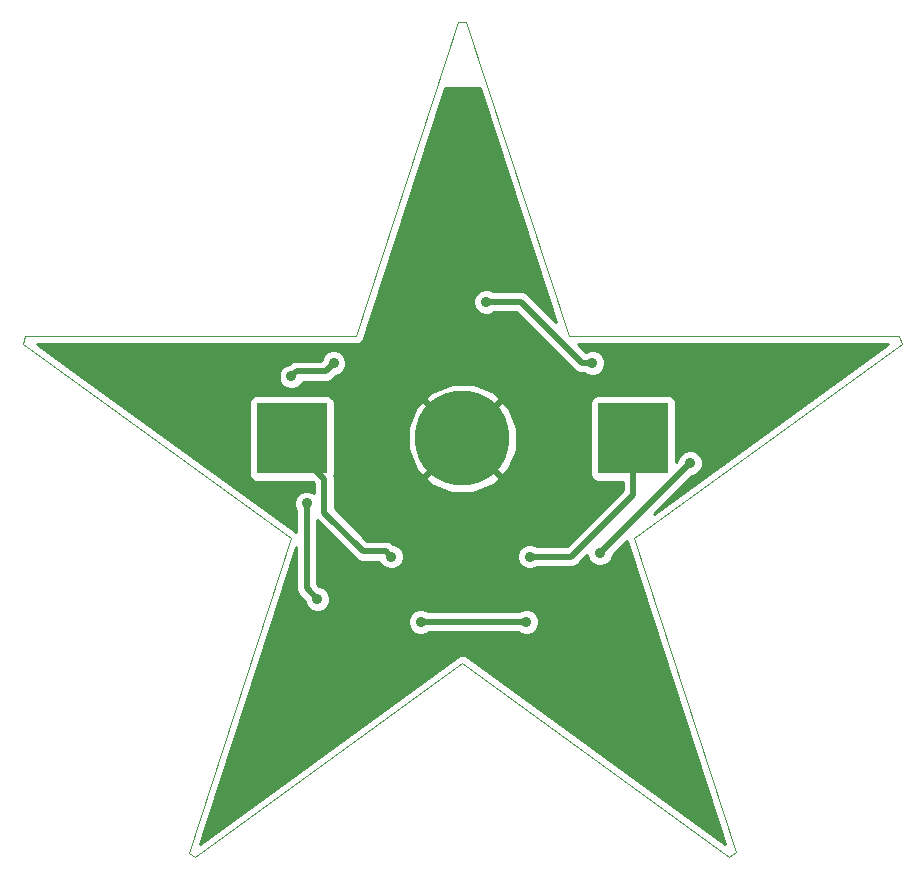
<source format=gbl>
G04 #@! TF.GenerationSoftware,KiCad,Pcbnew,(5.0.0)*
G04 #@! TF.CreationDate,2018-11-25T22:53:08-05:00*
G04 #@! TF.ProjectId,Blink_Badge,426C696E6B5F42616467652E6B696361,B*
G04 #@! TF.SameCoordinates,Original*
G04 #@! TF.FileFunction,Copper,L2,Bot,Signal*
G04 #@! TF.FilePolarity,Positive*
%FSLAX46Y46*%
G04 Gerber Fmt 4.6, Leading zero omitted, Abs format (unit mm)*
G04 Created by KiCad (PCBNEW (5.0.0)) date 11/25/18 22:53:08*
%MOMM*%
%LPD*%
G01*
G04 APERTURE LIST*
G04 #@! TA.AperFunction,NonConductor*
%ADD10C,0.100000*%
G04 #@! TD*
G04 #@! TA.AperFunction,SMDPad,CuDef*
%ADD11R,6.000000X6.000000*%
G04 #@! TD*
G04 #@! TA.AperFunction,BGAPad,CuDef*
%ADD12C,8.000000*%
G04 #@! TD*
G04 #@! TA.AperFunction,ViaPad*
%ADD13C,0.889000*%
G04 #@! TD*
G04 #@! TA.AperFunction,Conductor*
%ADD14C,0.500000*%
G04 #@! TD*
G04 #@! TA.AperFunction,Conductor*
%ADD15C,0.254000*%
G04 #@! TD*
G04 APERTURE END LIST*
D10*
X159900000Y-140450000D02*
X160475000Y-140025000D01*
X114100000Y-140075000D02*
X114625000Y-140475000D01*
X100250000Y-96350000D02*
X100050000Y-96975000D01*
X136950000Y-69700000D02*
X137625000Y-69700000D01*
X174250000Y-96350000D02*
X174475000Y-97025000D01*
X174250000Y-96350000D02*
X146290000Y-96345000D01*
X137290000Y-123995000D02*
X114625000Y-140475000D01*
X159900000Y-140450000D02*
X137290000Y-123995000D01*
X151840000Y-113445000D02*
X160475000Y-140025000D01*
X174475000Y-97025000D02*
X151840000Y-113445000D01*
X122740000Y-113445000D02*
X114100000Y-140075000D01*
X100050000Y-96975000D02*
X122740000Y-113445000D01*
X128290000Y-96345000D02*
X100250000Y-96350000D01*
X136950000Y-69700000D02*
X128290000Y-96345000D01*
X137625000Y-69700000D02*
X146290000Y-96345000D01*
D11*
G04 #@! TO.P,BT1,1*
G04 #@! TO.N,/+6V*
X122825000Y-105000000D03*
X151755000Y-105000000D03*
D12*
G04 #@! TO.P,BT1,2*
G04 #@! TO.N,GND*
X137290000Y-105000000D03*
G04 #@! TD*
D13*
G04 #@! TO.N,GND*
X129750000Y-118000000D03*
X144250000Y-118000000D03*
X127250000Y-104500000D03*
X137250000Y-97250000D03*
X147250000Y-104500000D03*
G04 #@! TO.N,Net-(C1-Pad1)*
X122800000Y-99750000D03*
X126375000Y-98625000D03*
G04 #@! TO.N,Net-(C2-Pad1)*
X139300000Y-93425000D03*
X148300000Y-98600000D03*
G04 #@! TO.N,Net-(C5-Pad1)*
X124100000Y-110500000D03*
X125000000Y-118600000D03*
G04 #@! TO.N,Net-(C4-Pad1)*
X133750000Y-120525000D03*
X142700000Y-120525000D03*
G04 #@! TO.N,Net-(C3-Pad1)*
X148925000Y-114725000D03*
X156575000Y-107075000D03*
G04 #@! TO.N,/+6V*
X143000000Y-115000000D03*
X131250000Y-115000000D03*
G04 #@! TD*
D14*
G04 #@! TO.N,GND*
X137250000Y-104960000D02*
X137290000Y-105000000D01*
X147250000Y-104500000D02*
X146750000Y-105000000D01*
G04 #@! TO.N,Net-(C1-Pad1)*
X123244499Y-99305501D02*
X125719499Y-99305501D01*
X122800000Y-99750000D02*
X123244499Y-99305501D01*
X125719499Y-99305501D02*
X126375000Y-98650000D01*
X126375000Y-98650000D02*
X126375000Y-98625000D01*
G04 #@! TO.N,Net-(C2-Pad1)*
X139300000Y-93425000D02*
X140625000Y-93425000D01*
X140625000Y-93425000D02*
X142225000Y-93425000D01*
X142225000Y-93425000D02*
X147400000Y-98600000D01*
X147400000Y-98600000D02*
X148300000Y-98600000D01*
G04 #@! TO.N,Net-(C5-Pad1)*
X124100000Y-110500000D02*
X124100000Y-117700000D01*
X124100000Y-117700000D02*
X125000000Y-118600000D01*
G04 #@! TO.N,Net-(C4-Pad1)*
X133750000Y-120525000D02*
X142700000Y-120525000D01*
G04 #@! TO.N,Net-(C3-Pad1)*
X148925000Y-114725000D02*
X156575000Y-107075000D01*
G04 #@! TO.N,/+6V*
X151750000Y-105005000D02*
X151755000Y-105000000D01*
X143000000Y-115000000D02*
X146500000Y-115000000D01*
X151755000Y-109745000D02*
X151755000Y-105000000D01*
X146500000Y-115000000D02*
X151755000Y-109745000D01*
X122825000Y-105000000D02*
X122825000Y-105625000D01*
X125600000Y-108400000D02*
X125600000Y-109000000D01*
X122825000Y-105625000D02*
X125600000Y-108400000D01*
X125600000Y-109000000D02*
X125600000Y-108600000D01*
X130805501Y-114555501D02*
X131250000Y-115000000D01*
X128880501Y-114555501D02*
X130805501Y-114555501D01*
X125600000Y-109000000D02*
X125600000Y-111275000D01*
X125600000Y-111275000D02*
X128880501Y-114555501D01*
G04 #@! TD*
D15*
G04 #@! TO.N,GND*
G36*
X145171190Y-95119611D02*
X142912425Y-92860847D01*
X142863049Y-92786951D01*
X142570310Y-92591348D01*
X142312165Y-92540000D01*
X142312161Y-92540000D01*
X142225000Y-92522663D01*
X142137839Y-92540000D01*
X139941644Y-92540000D01*
X139911488Y-92509844D01*
X139514726Y-92345500D01*
X139085274Y-92345500D01*
X138688512Y-92509844D01*
X138384844Y-92813512D01*
X138220500Y-93210274D01*
X138220500Y-93639726D01*
X138384844Y-94036488D01*
X138688512Y-94340156D01*
X139085274Y-94504500D01*
X139514726Y-94504500D01*
X139911488Y-94340156D01*
X139941644Y-94310000D01*
X141858422Y-94310000D01*
X146712577Y-99164156D01*
X146761951Y-99238049D01*
X146835844Y-99287423D01*
X146835845Y-99287424D01*
X146946880Y-99361615D01*
X147054690Y-99433652D01*
X147312835Y-99485000D01*
X147312839Y-99485000D01*
X147399999Y-99502337D01*
X147487159Y-99485000D01*
X147658356Y-99485000D01*
X147688512Y-99515156D01*
X148085274Y-99679500D01*
X148514726Y-99679500D01*
X148911488Y-99515156D01*
X149215156Y-99211488D01*
X149379500Y-98814726D01*
X149379500Y-98385274D01*
X149215156Y-97988512D01*
X148911488Y-97684844D01*
X148514726Y-97520500D01*
X148085274Y-97520500D01*
X147722390Y-97670811D01*
X147081720Y-97030141D01*
X173294884Y-97034829D01*
X153525641Y-111375937D01*
X156747079Y-108154500D01*
X156789726Y-108154500D01*
X157186488Y-107990156D01*
X157490156Y-107686488D01*
X157654500Y-107289726D01*
X157654500Y-106860274D01*
X157490156Y-106463512D01*
X157186488Y-106159844D01*
X156789726Y-105995500D01*
X156360274Y-105995500D01*
X155963512Y-106159844D01*
X155659844Y-106463512D01*
X155495500Y-106860274D01*
X155495500Y-106902921D01*
X155402440Y-106995981D01*
X155402440Y-102000000D01*
X155353157Y-101752235D01*
X155212809Y-101542191D01*
X155002765Y-101401843D01*
X154755000Y-101352560D01*
X148755000Y-101352560D01*
X148507235Y-101401843D01*
X148297191Y-101542191D01*
X148156843Y-101752235D01*
X148107560Y-102000000D01*
X148107560Y-108000000D01*
X148156843Y-108247765D01*
X148297191Y-108457809D01*
X148507235Y-108598157D01*
X148755000Y-108647440D01*
X150870000Y-108647440D01*
X150870000Y-109378421D01*
X146133422Y-114115000D01*
X143641644Y-114115000D01*
X143611488Y-114084844D01*
X143214726Y-113920500D01*
X142785274Y-113920500D01*
X142388512Y-114084844D01*
X142084844Y-114388512D01*
X141920500Y-114785274D01*
X141920500Y-115214726D01*
X142084844Y-115611488D01*
X142388512Y-115915156D01*
X142785274Y-116079500D01*
X143214726Y-116079500D01*
X143611488Y-115915156D01*
X143641644Y-115885000D01*
X146412839Y-115885000D01*
X146500000Y-115902337D01*
X146587161Y-115885000D01*
X146587165Y-115885000D01*
X146845310Y-115833652D01*
X147138049Y-115638049D01*
X147187425Y-115564153D01*
X147845500Y-114906078D01*
X147845500Y-114939726D01*
X148009844Y-115336488D01*
X148313512Y-115640156D01*
X148710274Y-115804500D01*
X149139726Y-115804500D01*
X149536488Y-115640156D01*
X149840156Y-115336488D01*
X150004500Y-114939726D01*
X150004500Y-114897078D01*
X151202350Y-113699228D01*
X159530156Y-139333634D01*
X137725409Y-123464678D01*
X137654701Y-123399365D01*
X137552479Y-123361696D01*
X137453590Y-123316011D01*
X137425439Y-123314882D01*
X137398999Y-123305139D01*
X137290146Y-123309457D01*
X137181300Y-123305092D01*
X137154857Y-123314823D01*
X137126703Y-123315940D01*
X137027786Y-123361586D01*
X136925558Y-123399207D01*
X136854828Y-123464484D01*
X115070178Y-139304371D01*
X121232739Y-120310274D01*
X132670500Y-120310274D01*
X132670500Y-120739726D01*
X132834844Y-121136488D01*
X133138512Y-121440156D01*
X133535274Y-121604500D01*
X133964726Y-121604500D01*
X134361488Y-121440156D01*
X134391644Y-121410000D01*
X142058356Y-121410000D01*
X142088512Y-121440156D01*
X142485274Y-121604500D01*
X142914726Y-121604500D01*
X143311488Y-121440156D01*
X143615156Y-121136488D01*
X143779500Y-120739726D01*
X143779500Y-120310274D01*
X143615156Y-119913512D01*
X143311488Y-119609844D01*
X142914726Y-119445500D01*
X142485274Y-119445500D01*
X142088512Y-119609844D01*
X142058356Y-119640000D01*
X134391644Y-119640000D01*
X134361488Y-119609844D01*
X133964726Y-119445500D01*
X133535274Y-119445500D01*
X133138512Y-119609844D01*
X132834844Y-119913512D01*
X132670500Y-120310274D01*
X121232739Y-120310274D01*
X123215001Y-114200597D01*
X123215001Y-117612835D01*
X123197663Y-117700000D01*
X123266348Y-118045309D01*
X123412576Y-118264154D01*
X123412578Y-118264156D01*
X123461952Y-118338049D01*
X123535845Y-118387423D01*
X123920500Y-118772078D01*
X123920500Y-118814726D01*
X124084844Y-119211488D01*
X124388512Y-119515156D01*
X124785274Y-119679500D01*
X125214726Y-119679500D01*
X125611488Y-119515156D01*
X125915156Y-119211488D01*
X126079500Y-118814726D01*
X126079500Y-118385274D01*
X125915156Y-117988512D01*
X125611488Y-117684844D01*
X125214726Y-117520500D01*
X125172078Y-117520500D01*
X124985000Y-117333422D01*
X124985000Y-111928449D01*
X125035845Y-111962423D01*
X128193078Y-115119657D01*
X128242452Y-115193550D01*
X128316345Y-115242924D01*
X128316346Y-115242925D01*
X128469574Y-115345309D01*
X128535191Y-115389153D01*
X128793336Y-115440501D01*
X128793339Y-115440501D01*
X128880500Y-115457838D01*
X128967661Y-115440501D01*
X130264019Y-115440501D01*
X130334844Y-115611488D01*
X130638512Y-115915156D01*
X131035274Y-116079500D01*
X131464726Y-116079500D01*
X131861488Y-115915156D01*
X132165156Y-115611488D01*
X132329500Y-115214726D01*
X132329500Y-114785274D01*
X132165156Y-114388512D01*
X131861488Y-114084844D01*
X131464726Y-113920500D01*
X131445587Y-113920500D01*
X131443550Y-113917452D01*
X131150811Y-113721849D01*
X130892666Y-113670501D01*
X130892662Y-113670501D01*
X130805501Y-113653164D01*
X130718340Y-113670501D01*
X129247080Y-113670501D01*
X126485000Y-110908422D01*
X126485000Y-108487161D01*
X126502337Y-108400000D01*
X126486017Y-108317949D01*
X134151656Y-108317949D01*
X134615990Y-108896524D01*
X136310672Y-109623218D01*
X138154447Y-109646068D01*
X139866619Y-108961598D01*
X139964010Y-108896524D01*
X140428344Y-108317949D01*
X137290000Y-105179605D01*
X134151656Y-108317949D01*
X126486017Y-108317949D01*
X126485000Y-108312839D01*
X126485000Y-108312835D01*
X126447607Y-108124846D01*
X126472440Y-108000000D01*
X126472440Y-105864447D01*
X132643932Y-105864447D01*
X133328402Y-107576619D01*
X133393476Y-107674010D01*
X133972051Y-108138344D01*
X137110395Y-105000000D01*
X137469605Y-105000000D01*
X140607949Y-108138344D01*
X141186524Y-107674010D01*
X141913218Y-105979328D01*
X141936068Y-104135553D01*
X141251598Y-102423381D01*
X141186524Y-102325990D01*
X140607949Y-101861656D01*
X137469605Y-105000000D01*
X137110395Y-105000000D01*
X133972051Y-101861656D01*
X133393476Y-102325990D01*
X132666782Y-104020672D01*
X132643932Y-105864447D01*
X126472440Y-105864447D01*
X126472440Y-102000000D01*
X126423157Y-101752235D01*
X126376262Y-101682051D01*
X134151656Y-101682051D01*
X137290000Y-104820395D01*
X140428344Y-101682051D01*
X139964010Y-101103476D01*
X138269328Y-100376782D01*
X136425553Y-100353932D01*
X134713381Y-101038402D01*
X134615990Y-101103476D01*
X134151656Y-101682051D01*
X126376262Y-101682051D01*
X126282809Y-101542191D01*
X126072765Y-101401843D01*
X125825000Y-101352560D01*
X119825000Y-101352560D01*
X119577235Y-101401843D01*
X119367191Y-101542191D01*
X119226843Y-101752235D01*
X119177560Y-102000000D01*
X119177560Y-108000000D01*
X119226843Y-108247765D01*
X119367191Y-108457809D01*
X119577235Y-108598157D01*
X119825000Y-108647440D01*
X124595861Y-108647440D01*
X124715000Y-108766579D01*
X124715000Y-109588356D01*
X124711488Y-109584844D01*
X124314726Y-109420500D01*
X123885274Y-109420500D01*
X123488512Y-109584844D01*
X123184844Y-109888512D01*
X123020500Y-110285274D01*
X123020500Y-110714726D01*
X123184844Y-111111488D01*
X123215000Y-111141644D01*
X123215000Y-112941154D01*
X123193358Y-112913725D01*
X123109719Y-112866932D01*
X104743275Y-99535274D01*
X121720500Y-99535274D01*
X121720500Y-99964726D01*
X121884844Y-100361488D01*
X122188512Y-100665156D01*
X122585274Y-100829500D01*
X123014726Y-100829500D01*
X123411488Y-100665156D01*
X123715156Y-100361488D01*
X123785981Y-100190501D01*
X125632338Y-100190501D01*
X125719499Y-100207838D01*
X125806660Y-100190501D01*
X125806664Y-100190501D01*
X126064809Y-100139153D01*
X126357548Y-99943550D01*
X126406924Y-99869654D01*
X126572078Y-99704500D01*
X126589726Y-99704500D01*
X126986488Y-99540156D01*
X127290156Y-99236488D01*
X127454500Y-98839726D01*
X127454500Y-98410274D01*
X127290156Y-98013512D01*
X126986488Y-97709844D01*
X126589726Y-97545500D01*
X126160274Y-97545500D01*
X125763512Y-97709844D01*
X125459844Y-98013512D01*
X125295500Y-98410274D01*
X125295500Y-98420501D01*
X123331660Y-98420501D01*
X123244499Y-98403164D01*
X123157338Y-98420501D01*
X123157334Y-98420501D01*
X122899189Y-98471849D01*
X122606450Y-98667452D01*
X122604413Y-98670500D01*
X122585274Y-98670500D01*
X122188512Y-98834844D01*
X121884844Y-99138512D01*
X121720500Y-99535274D01*
X104743275Y-99535274D01*
X101298498Y-97034813D01*
X128249639Y-97030006D01*
X128344737Y-97041270D01*
X128450067Y-97011574D01*
X128557387Y-96990207D01*
X128580389Y-96974832D01*
X128607022Y-96967323D01*
X128692971Y-96899577D01*
X128783944Y-96838768D01*
X128799312Y-96815760D01*
X128821043Y-96798631D01*
X128874525Y-96703151D01*
X128935302Y-96612157D01*
X128953966Y-96518239D01*
X135841417Y-75327000D01*
X138734600Y-75327000D01*
X145171190Y-95119611D01*
X145171190Y-95119611D01*
G37*
X145171190Y-95119611D02*
X142912425Y-92860847D01*
X142863049Y-92786951D01*
X142570310Y-92591348D01*
X142312165Y-92540000D01*
X142312161Y-92540000D01*
X142225000Y-92522663D01*
X142137839Y-92540000D01*
X139941644Y-92540000D01*
X139911488Y-92509844D01*
X139514726Y-92345500D01*
X139085274Y-92345500D01*
X138688512Y-92509844D01*
X138384844Y-92813512D01*
X138220500Y-93210274D01*
X138220500Y-93639726D01*
X138384844Y-94036488D01*
X138688512Y-94340156D01*
X139085274Y-94504500D01*
X139514726Y-94504500D01*
X139911488Y-94340156D01*
X139941644Y-94310000D01*
X141858422Y-94310000D01*
X146712577Y-99164156D01*
X146761951Y-99238049D01*
X146835844Y-99287423D01*
X146835845Y-99287424D01*
X146946880Y-99361615D01*
X147054690Y-99433652D01*
X147312835Y-99485000D01*
X147312839Y-99485000D01*
X147399999Y-99502337D01*
X147487159Y-99485000D01*
X147658356Y-99485000D01*
X147688512Y-99515156D01*
X148085274Y-99679500D01*
X148514726Y-99679500D01*
X148911488Y-99515156D01*
X149215156Y-99211488D01*
X149379500Y-98814726D01*
X149379500Y-98385274D01*
X149215156Y-97988512D01*
X148911488Y-97684844D01*
X148514726Y-97520500D01*
X148085274Y-97520500D01*
X147722390Y-97670811D01*
X147081720Y-97030141D01*
X173294884Y-97034829D01*
X153525641Y-111375937D01*
X156747079Y-108154500D01*
X156789726Y-108154500D01*
X157186488Y-107990156D01*
X157490156Y-107686488D01*
X157654500Y-107289726D01*
X157654500Y-106860274D01*
X157490156Y-106463512D01*
X157186488Y-106159844D01*
X156789726Y-105995500D01*
X156360274Y-105995500D01*
X155963512Y-106159844D01*
X155659844Y-106463512D01*
X155495500Y-106860274D01*
X155495500Y-106902921D01*
X155402440Y-106995981D01*
X155402440Y-102000000D01*
X155353157Y-101752235D01*
X155212809Y-101542191D01*
X155002765Y-101401843D01*
X154755000Y-101352560D01*
X148755000Y-101352560D01*
X148507235Y-101401843D01*
X148297191Y-101542191D01*
X148156843Y-101752235D01*
X148107560Y-102000000D01*
X148107560Y-108000000D01*
X148156843Y-108247765D01*
X148297191Y-108457809D01*
X148507235Y-108598157D01*
X148755000Y-108647440D01*
X150870000Y-108647440D01*
X150870000Y-109378421D01*
X146133422Y-114115000D01*
X143641644Y-114115000D01*
X143611488Y-114084844D01*
X143214726Y-113920500D01*
X142785274Y-113920500D01*
X142388512Y-114084844D01*
X142084844Y-114388512D01*
X141920500Y-114785274D01*
X141920500Y-115214726D01*
X142084844Y-115611488D01*
X142388512Y-115915156D01*
X142785274Y-116079500D01*
X143214726Y-116079500D01*
X143611488Y-115915156D01*
X143641644Y-115885000D01*
X146412839Y-115885000D01*
X146500000Y-115902337D01*
X146587161Y-115885000D01*
X146587165Y-115885000D01*
X146845310Y-115833652D01*
X147138049Y-115638049D01*
X147187425Y-115564153D01*
X147845500Y-114906078D01*
X147845500Y-114939726D01*
X148009844Y-115336488D01*
X148313512Y-115640156D01*
X148710274Y-115804500D01*
X149139726Y-115804500D01*
X149536488Y-115640156D01*
X149840156Y-115336488D01*
X150004500Y-114939726D01*
X150004500Y-114897078D01*
X151202350Y-113699228D01*
X159530156Y-139333634D01*
X137725409Y-123464678D01*
X137654701Y-123399365D01*
X137552479Y-123361696D01*
X137453590Y-123316011D01*
X137425439Y-123314882D01*
X137398999Y-123305139D01*
X137290146Y-123309457D01*
X137181300Y-123305092D01*
X137154857Y-123314823D01*
X137126703Y-123315940D01*
X137027786Y-123361586D01*
X136925558Y-123399207D01*
X136854828Y-123464484D01*
X115070178Y-139304371D01*
X121232739Y-120310274D01*
X132670500Y-120310274D01*
X132670500Y-120739726D01*
X132834844Y-121136488D01*
X133138512Y-121440156D01*
X133535274Y-121604500D01*
X133964726Y-121604500D01*
X134361488Y-121440156D01*
X134391644Y-121410000D01*
X142058356Y-121410000D01*
X142088512Y-121440156D01*
X142485274Y-121604500D01*
X142914726Y-121604500D01*
X143311488Y-121440156D01*
X143615156Y-121136488D01*
X143779500Y-120739726D01*
X143779500Y-120310274D01*
X143615156Y-119913512D01*
X143311488Y-119609844D01*
X142914726Y-119445500D01*
X142485274Y-119445500D01*
X142088512Y-119609844D01*
X142058356Y-119640000D01*
X134391644Y-119640000D01*
X134361488Y-119609844D01*
X133964726Y-119445500D01*
X133535274Y-119445500D01*
X133138512Y-119609844D01*
X132834844Y-119913512D01*
X132670500Y-120310274D01*
X121232739Y-120310274D01*
X123215001Y-114200597D01*
X123215001Y-117612835D01*
X123197663Y-117700000D01*
X123266348Y-118045309D01*
X123412576Y-118264154D01*
X123412578Y-118264156D01*
X123461952Y-118338049D01*
X123535845Y-118387423D01*
X123920500Y-118772078D01*
X123920500Y-118814726D01*
X124084844Y-119211488D01*
X124388512Y-119515156D01*
X124785274Y-119679500D01*
X125214726Y-119679500D01*
X125611488Y-119515156D01*
X125915156Y-119211488D01*
X126079500Y-118814726D01*
X126079500Y-118385274D01*
X125915156Y-117988512D01*
X125611488Y-117684844D01*
X125214726Y-117520500D01*
X125172078Y-117520500D01*
X124985000Y-117333422D01*
X124985000Y-111928449D01*
X125035845Y-111962423D01*
X128193078Y-115119657D01*
X128242452Y-115193550D01*
X128316345Y-115242924D01*
X128316346Y-115242925D01*
X128469574Y-115345309D01*
X128535191Y-115389153D01*
X128793336Y-115440501D01*
X128793339Y-115440501D01*
X128880500Y-115457838D01*
X128967661Y-115440501D01*
X130264019Y-115440501D01*
X130334844Y-115611488D01*
X130638512Y-115915156D01*
X131035274Y-116079500D01*
X131464726Y-116079500D01*
X131861488Y-115915156D01*
X132165156Y-115611488D01*
X132329500Y-115214726D01*
X132329500Y-114785274D01*
X132165156Y-114388512D01*
X131861488Y-114084844D01*
X131464726Y-113920500D01*
X131445587Y-113920500D01*
X131443550Y-113917452D01*
X131150811Y-113721849D01*
X130892666Y-113670501D01*
X130892662Y-113670501D01*
X130805501Y-113653164D01*
X130718340Y-113670501D01*
X129247080Y-113670501D01*
X126485000Y-110908422D01*
X126485000Y-108487161D01*
X126502337Y-108400000D01*
X126486017Y-108317949D01*
X134151656Y-108317949D01*
X134615990Y-108896524D01*
X136310672Y-109623218D01*
X138154447Y-109646068D01*
X139866619Y-108961598D01*
X139964010Y-108896524D01*
X140428344Y-108317949D01*
X137290000Y-105179605D01*
X134151656Y-108317949D01*
X126486017Y-108317949D01*
X126485000Y-108312839D01*
X126485000Y-108312835D01*
X126447607Y-108124846D01*
X126472440Y-108000000D01*
X126472440Y-105864447D01*
X132643932Y-105864447D01*
X133328402Y-107576619D01*
X133393476Y-107674010D01*
X133972051Y-108138344D01*
X137110395Y-105000000D01*
X137469605Y-105000000D01*
X140607949Y-108138344D01*
X141186524Y-107674010D01*
X141913218Y-105979328D01*
X141936068Y-104135553D01*
X141251598Y-102423381D01*
X141186524Y-102325990D01*
X140607949Y-101861656D01*
X137469605Y-105000000D01*
X137110395Y-105000000D01*
X133972051Y-101861656D01*
X133393476Y-102325990D01*
X132666782Y-104020672D01*
X132643932Y-105864447D01*
X126472440Y-105864447D01*
X126472440Y-102000000D01*
X126423157Y-101752235D01*
X126376262Y-101682051D01*
X134151656Y-101682051D01*
X137290000Y-104820395D01*
X140428344Y-101682051D01*
X139964010Y-101103476D01*
X138269328Y-100376782D01*
X136425553Y-100353932D01*
X134713381Y-101038402D01*
X134615990Y-101103476D01*
X134151656Y-101682051D01*
X126376262Y-101682051D01*
X126282809Y-101542191D01*
X126072765Y-101401843D01*
X125825000Y-101352560D01*
X119825000Y-101352560D01*
X119577235Y-101401843D01*
X119367191Y-101542191D01*
X119226843Y-101752235D01*
X119177560Y-102000000D01*
X119177560Y-108000000D01*
X119226843Y-108247765D01*
X119367191Y-108457809D01*
X119577235Y-108598157D01*
X119825000Y-108647440D01*
X124595861Y-108647440D01*
X124715000Y-108766579D01*
X124715000Y-109588356D01*
X124711488Y-109584844D01*
X124314726Y-109420500D01*
X123885274Y-109420500D01*
X123488512Y-109584844D01*
X123184844Y-109888512D01*
X123020500Y-110285274D01*
X123020500Y-110714726D01*
X123184844Y-111111488D01*
X123215000Y-111141644D01*
X123215000Y-112941154D01*
X123193358Y-112913725D01*
X123109719Y-112866932D01*
X104743275Y-99535274D01*
X121720500Y-99535274D01*
X121720500Y-99964726D01*
X121884844Y-100361488D01*
X122188512Y-100665156D01*
X122585274Y-100829500D01*
X123014726Y-100829500D01*
X123411488Y-100665156D01*
X123715156Y-100361488D01*
X123785981Y-100190501D01*
X125632338Y-100190501D01*
X125719499Y-100207838D01*
X125806660Y-100190501D01*
X125806664Y-100190501D01*
X126064809Y-100139153D01*
X126357548Y-99943550D01*
X126406924Y-99869654D01*
X126572078Y-99704500D01*
X126589726Y-99704500D01*
X126986488Y-99540156D01*
X127290156Y-99236488D01*
X127454500Y-98839726D01*
X127454500Y-98410274D01*
X127290156Y-98013512D01*
X126986488Y-97709844D01*
X126589726Y-97545500D01*
X126160274Y-97545500D01*
X125763512Y-97709844D01*
X125459844Y-98013512D01*
X125295500Y-98410274D01*
X125295500Y-98420501D01*
X123331660Y-98420501D01*
X123244499Y-98403164D01*
X123157338Y-98420501D01*
X123157334Y-98420501D01*
X122899189Y-98471849D01*
X122606450Y-98667452D01*
X122604413Y-98670500D01*
X122585274Y-98670500D01*
X122188512Y-98834844D01*
X121884844Y-99138512D01*
X121720500Y-99535274D01*
X104743275Y-99535274D01*
X101298498Y-97034813D01*
X128249639Y-97030006D01*
X128344737Y-97041270D01*
X128450067Y-97011574D01*
X128557387Y-96990207D01*
X128580389Y-96974832D01*
X128607022Y-96967323D01*
X128692971Y-96899577D01*
X128783944Y-96838768D01*
X128799312Y-96815760D01*
X128821043Y-96798631D01*
X128874525Y-96703151D01*
X128935302Y-96612157D01*
X128953966Y-96518239D01*
X135841417Y-75327000D01*
X138734600Y-75327000D01*
X145171190Y-95119611D01*
G04 #@! TD*
M02*

</source>
